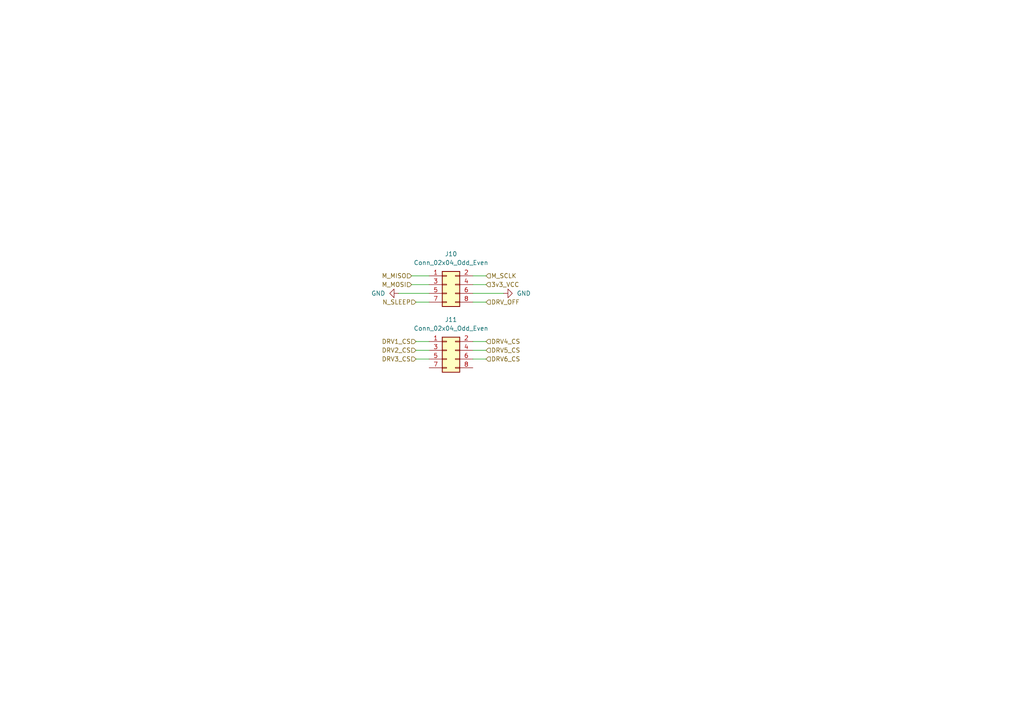
<source format=kicad_sch>
(kicad_sch (version 20231120) (generator "eeschema") (generator_version "8.0")
  (paper "A4")
  (lib_symbols
    (symbol "Connector_Generic:Conn_02x04_Odd_Even" (pin_names (offset 1.016) hide)
      (property "Reference" "J" (at 1.27 5.08 0))
      (property "Value" "Conn_02x04_Odd_Even" (at 1.27 -7.62 0))
      (symbol "Conn_02x04_Odd_Even_1_1"
        (rectangle (start -1.27 -4.953) (end 0 -5.207) (stroke (width 0.1524)))
        (rectangle (start -1.27 -2.413) (end 0 -2.667) (stroke (width 0.1524)))
        (rectangle (start -1.27 0.127) (end 0 -0.127) (stroke (width 0.1524)))
        (rectangle (start -1.27 2.667) (end 0 2.413) (stroke (width 0.1524)))
        (rectangle (start -1.27 3.81) (end 3.81 -6.35) (stroke (width 0.254)) (fill (type background)))
        (rectangle (start 3.81 -4.953) (end 2.54 -5.207) (stroke (width 0.1524)))
        (rectangle (start 3.81 -2.413) (end 2.54 -2.667) (stroke (width 0.1524)))
        (rectangle (start 3.81 0.127) (end 2.54 -0.127) (stroke (width 0.1524)))
        (rectangle (start 3.81 2.667) (end 2.54 2.413) (stroke (width 0.1524)))
        (pin passive line (at -5.08 2.54 0) (length 3.81) (name "Pin_1") (number "1"))
        (pin passive line (at 7.62 2.54 180) (length 3.81) (name "Pin_2") (number "2"))
        (pin passive line (at -5.08 0 0) (length 3.81) (name "Pin_3") (number "3"))
        (pin passive line (at 7.62 0 180) (length 3.81) (name "Pin_4") (number "4"))
        (pin passive line (at -5.08 -2.54 0) (length 3.81) (name "Pin_5") (number "5"))
        (pin passive line (at 7.62 -2.54 180) (length 3.81) (name "Pin_6") (number "6"))
        (pin passive line (at -5.08 -5.08 0) (length 3.81) (name "Pin_7") (number "7"))
        (pin passive line (at 7.62 -5.08 180) (length 3.81) (name "Pin_8") (number "8"))
      )
    )
    (symbol "power:GND" (power) (pin_numbers hide) (pin_names (offset 0) hide)
      (property "Value" "GND" (at 0 -3.81 0))
      (symbol "GND_0_1"
        (polyline (pts (xy 0 0) (xy 0 -1.27) (xy 1.27 -1.27) (xy 0 -2.54) (xy -1.27 -1.27) (xy 0 -1.27)))
      )
      (symbol "GND_1_1"
        (pin power_in line (at 0 0 270) (length 0) (name "~") (number "1"))
      )
    )
  )
  (wire (pts (xy 137.16 87.63) (xy 140.97 87.63)))
  (wire (pts (xy 120.65 99.06) (xy 124.46 99.06)))
  (wire (pts (xy 140.97 101.6) (xy 137.16 101.6)))
  (wire (pts (xy 137.16 85.09) (xy 146.05 85.09)))
  (wire (pts (xy 124.46 85.09) (xy 115.57 85.09)))
  (wire (pts (xy 120.65 101.6) (xy 124.46 101.6)))
  (wire (pts (xy 140.97 80.01) (xy 137.16 80.01)))
  (wire (pts (xy 119.38 82.55) (xy 124.46 82.55)))
  (wire (pts (xy 140.97 99.06) (xy 137.16 99.06)))
  (wire (pts (xy 124.46 87.63) (xy 120.65 87.63)))
  (wire (pts (xy 120.65 104.14) (xy 124.46 104.14)))
  (wire (pts (xy 137.16 82.55) (xy 140.97 82.55)))
  (wire (pts (xy 119.38 80.01) (xy 124.46 80.01)))
  (wire (pts (xy 140.97 104.14) (xy 137.16 104.14)))
  (hierarchical_label "DRV3_CS" (shape input) (at 120.65 104.14 180))
  (hierarchical_label "M_SCLK" (shape input) (at 140.97 80.01 0))
  (hierarchical_label "DRV6_CS" (shape input) (at 140.97 104.14 0))
  (hierarchical_label "DRV2_CS" (shape input) (at 120.65 101.6 180))
  (hierarchical_label "M_MOSI" (shape input) (at 119.38 82.55 180))
  (hierarchical_label "DRV4_CS" (shape input) (at 140.97 99.06 0))
  (hierarchical_label "3v3_VCC" (shape input) (at 140.97 82.55 0))
  (hierarchical_label "DRV5_CS" (shape input) (at 140.97 101.6 0))
  (hierarchical_label "M_MISO" (shape input) (at 119.38 80.01 180))
  (hierarchical_label "N_SLEEP" (shape input) (at 120.65 87.63 180))
  (hierarchical_label "DRV1_CS" (shape input) (at 120.65 99.06 180))
  (hierarchical_label "DRV_OFF" (shape input) (at 140.97 87.63 0))
  (symbol (lib_id "Connector_Generic:Conn_02x04_Odd_Even") (at 129.54 82.55 0) (unit 1)
    (property "Reference" "J10" (at 130.81 73.66 0))
    (property "Value" "Conn_02x04_Odd_Even" (at 130.81 76.2 0))
    (property "Footprint" "Connector_PinHeader_2.54mm:PinHeader_2x04_P2.54mm_Vertical" (effects (hide yes)))
    (property "Description" "Generic connector, double row, 02x04, odd/even pin numbering scheme (row 1 odd numbers, row 2 even numbers), script generated (kicad-library-utils/schlib/autogen/connector/)" (effects (hide yes)))
  )
  (symbol (lib_id "Connector_Generic:Conn_02x04_Odd_Even") (at 129.54 101.6 0) (unit 1)
    (property "Reference" "J11" (at 130.81 92.71 0))
    (property "Value" "Conn_02x04_Odd_Even" (at 130.81 95.25 0))
    (property "Footprint" "Connector_PinHeader_2.54mm:PinHeader_2x04_P2.54mm_Vertical" (effects (hide yes)))
    (property "Description" "Generic connector, double row, 02x04, odd/even pin numbering scheme (row 1 odd numbers, row 2 even numbers), script generated (kicad-library-utils/schlib/autogen/connector/)" (effects (hide yes)))
  )
  (symbol (lib_id "power:GND") (at 146.05 85.09 90) (unit 1)
    (property "Reference" "#PWR020" (effects (hide yes)))
    (property "Value" "GND" (at 149.86 85.0899 90) (effects (justify right)))
    (property "Description" "Power symbol creates a global label with name \"GND\" , ground" (effects (hide yes)))
  )
  (symbol (lib_id "power:GND") (at 115.57 85.09 270) (unit 1)
    (property "Reference" "#PWR037" (effects (hide yes)))
    (property "Value" "GND" (at 111.76 85.0901 90) (effects (justify right)))
    (property "Description" "Power symbol creates a global label with name \"GND\" , ground" (effects (hide yes)))
  )
)
</source>
